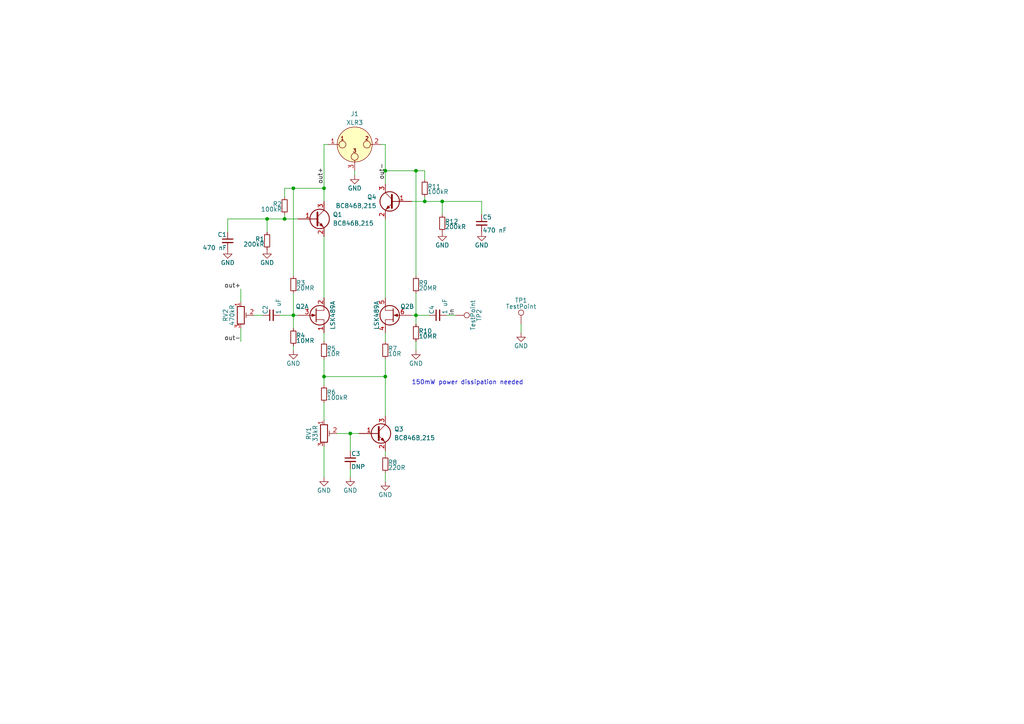
<source format=kicad_sch>
(kicad_sch (version 20231120) (generator "eeschema") (generator_version "8.0")
  (paper "A4")
  (lib_symbols
    (symbol "Connector:TestPoint" (pin_numbers hide) (pin_names (offset 0.762) hide)
      (property "Reference" "TP" (at 0 6.858 0))
      (property "Value" "TestPoint" (at 0 5.08 0))
      (symbol "TestPoint_0_1"
        (circle (center 0 3.302) (radius 0.762))
      )
      (symbol "TestPoint_1_1"
        (pin passive line (at 0 0 90) (length 2.54) (name "1") (number "1"))
      )
    )
    (symbol "Connector:XLR3" (pin_names hide)
      (property "Reference" "J" (at 0 8.89 0))
      (property "Value" "XLR3" (at 0 6.35 0))
      (symbol "XLR3_0_1"
        (circle (center -3.556 0) (radius 1.016))
        (circle (center 0 -3.556) (radius 1.016))
        (polyline (pts (xy -5.08 0) (xy -4.572 0)))
        (polyline (pts (xy 0 -5.08) (xy 0 -4.572)))
        (polyline (pts (xy 5.08 0) (xy 4.572 0)))
        (circle (center 0 0) (radius 5.08) (fill (type background)))
        (circle (center 3.556 0) (radius 1.016))
        (text "1" (at -3.556 1.778 0) (effects (font (size 1.016 1.016) (bold yes))))
        (text "2" (at 3.556 1.778 0) (effects (font (size 1.016 1.016) (bold yes))))
        (text "3" (at 0 -1.778 0) (effects (font (size 1.016 1.016) (bold yes))))
        (pin passive line (at -7.62 0 0) (length 2.54) (name "~") (number "1"))
        (pin passive line (at 7.62 0 180) (length 2.54) (name "~") (number "2"))
        (pin passive line (at 0 -7.62 90) (length 2.54) (name "~") (number "3"))
      )
    )
    (symbol "Device:C_Small" (pin_numbers hide) (pin_names (offset 0.254) hide)
      (property "Reference" "C" (at 0.254 1.778 0))
      (property "Value" "C_Small" (at 0.254 -2.032 0))
      (symbol "C_Small_0_1"
        (polyline (pts (xy -1.524 -0.508) (xy 1.524 -0.508)) (stroke (width 0.3302)))
        (polyline (pts (xy -1.524 0.508) (xy 1.524 0.508)) (stroke (width 0.3048)))
      )
      (symbol "C_Small_1_1"
        (pin passive line (at 0 2.54 270) (length 2.032) (name "~") (number "1"))
        (pin passive line (at 0 -2.54 90) (length 2.032) (name "~") (number "2"))
      )
    )
    (symbol "Device:Q_NPN_BEC" (pin_names (offset 0) hide)
      (property "Reference" "Q" (at 5.08 1.27 0))
      (property "Value" "Q_NPN_BEC" (at 5.08 -1.27 0))
      (symbol "Q_NPN_BEC_0_1"
        (polyline (pts (xy 0.635 0.635) (xy 2.54 2.54)))
        (polyline (pts (xy 0.635 -0.635) (xy 2.54 -2.54) (xy 2.54 -2.54)))
        (polyline (pts (xy 0.635 1.905) (xy 0.635 -1.905) (xy 0.635 -1.905)) (stroke (width 0.508)))
        (polyline (pts (xy 1.27 -1.778) (xy 1.778 -1.27) (xy 2.286 -2.286) (xy 1.27 -1.778) (xy 1.27 -1.778)) (fill (type outline)))
        (circle (center 1.27 0) (radius 2.8194) (stroke (width 0.254)))
      )
      (symbol "Q_NPN_BEC_1_1"
        (pin input line (at -5.08 0 0) (length 5.715) (name "B") (number "1"))
        (pin passive line (at 2.54 -5.08 90) (length 2.54) (name "E") (number "2"))
        (pin passive line (at 2.54 5.08 270) (length 2.54) (name "C") (number "3"))
      )
    )
    (symbol "Device:R_Potentiometer_Trim" (pin_names (offset 1.016) hide)
      (property "Reference" "RV" (at -4.445 0 90))
      (property "Value" "R_Potentiometer_Trim" (at -2.54 0 90))
      (symbol "R_Potentiometer_Trim_0_1"
        (polyline (pts (xy 1.524 0.762) (xy 1.524 -0.762)))
        (polyline (pts (xy 2.54 0) (xy 1.524 0)))
        (rectangle (start 1.016 2.54) (end -1.016 -2.54) (stroke (width 0.254)))
      )
      (symbol "R_Potentiometer_Trim_1_1"
        (pin passive line (at 0 3.81 270) (length 1.27) (name "1") (number "1"))
        (pin passive line (at 3.81 0 180) (length 1.27) (name "2") (number "2"))
        (pin passive line (at 0 -3.81 90) (length 1.27) (name "3") (number "3"))
      )
    )
    (symbol "Device:R_Small" (pin_numbers hide) (pin_names (offset 0.254) hide)
      (property "Reference" "R" (at 0.762 0.508 0))
      (property "Value" "R_Small" (at 0.762 -1.016 0))
      (symbol "R_Small_0_1"
        (rectangle (start -0.762 1.778) (end 0.762 -1.778) (stroke (width 0.2032)))
      )
      (symbol "R_Small_1_1"
        (pin passive line (at 0 2.54 270) (length 0.762) (name "~") (number "1"))
        (pin passive line (at 0 -2.54 90) (length 0.762) (name "~") (number "2"))
      )
    )
    (symbol "power:GND" (power) (pin_names (offset 0))
      (property "Value" "GND" (at 0 -3.81 0))
      (symbol "GND_0_1"
        (polyline (pts (xy 0 0) (xy 0 -1.27) (xy 1.27 -1.27) (xy 0 -2.54) (xy -1.27 -1.27) (xy 0 -1.27)))
      )
      (symbol "GND_1_1"
        (pin power_in line (at 0 0 270) (length 0) hide (name "GND") (number "1"))
      )
    )
    (symbol "preamp-parts:LSK489A" (pin_names hide)
      (property "Reference" "Q" (at -5.08 2.54 0))
      (property "Value" "LSK489A" (at 3.81 0 90))
      (symbol "LSK489A_0_1"
        (polyline (pts (xy -1.016 1.905) (xy -1.016 -1.905) (xy -1.016 -1.905)) (stroke (width 0.254)))
        (polyline (pts (xy 1.27 -2.54) (xy 1.27 -1.27) (xy -1.016 -1.27)))
        (polyline (pts (xy 1.27 2.54) (xy 1.27 1.397) (xy -1.016 1.397)))
        (polyline (pts (xy -1.27 0) (xy -2.286 0.381) (xy -2.286 -0.381) (xy -1.27 0)) (fill (type outline)))
        (circle (center 0 0) (radius 2.8194) (stroke (width 0.254)))
      )
      (symbol "LSK489A_1_1"
        (pin passive line (at 1.27 -5.08 90) (length 2.54) (name "S1") (number "1"))
        (pin passive line (at 1.27 5.08 270) (length 2.54) (name "D1") (number "2"))
        (pin input line (at -6.35 0 0) (length 5.334) (name "G1") (number "3"))
      )
      (symbol "LSK489A_2_1"
        (pin passive line (at 1.27 -5.08 90) (length 2.54) (name "S2") (number "4"))
        (pin passive line (at 1.27 5.08 270) (length 2.54) (name "D2") (number "5"))
        (pin input line (at -6.35 0 0) (length 5.334) (name "G2") (number "6"))
      )
    )
  )
  (junction (at 111.76 49.53))
  (junction (at 101.6 125.73))
  (junction (at 111.76 109.22))
  (junction (at 128.27 58.42))
  (junction (at 82.55 63.5))
  (junction (at 123.19 58.42))
  (junction (at 85.09 91.44))
  (junction (at 85.09 54.61))
  (junction (at 93.98 54.61))
  (junction (at 77.47 63.5))
  (junction (at 120.65 91.44))
  (junction (at 120.65 49.53))
  (junction (at 93.98 109.22))
  (wire (pts (xy 66.04 63.5) (xy 77.47 63.5)))
  (wire (pts (xy 111.76 53.34) (xy 111.76 49.53)))
  (wire (pts (xy 77.47 63.5) (xy 77.47 67.31)))
  (wire (pts (xy 93.98 109.22) (xy 93.98 111.76)))
  (wire (pts (xy 123.19 49.53) (xy 120.65 49.53)))
  (wire (pts (xy 97.79 125.73) (xy 101.6 125.73)))
  (wire (pts (xy 93.98 96.52) (xy 93.98 99.06)))
  (wire (pts (xy 85.09 100.33) (xy 85.09 101.6)))
  (wire (pts (xy 73.66 91.44) (xy 76.2 91.44)))
  (wire (pts (xy 120.65 91.44) (xy 124.46 91.44)))
  (wire (pts (xy 111.76 63.5) (xy 111.76 86.36)))
  (wire (pts (xy 120.65 91.44) (xy 120.65 93.98)))
  (wire (pts (xy 111.76 104.14) (xy 111.76 109.22)))
  (wire (pts (xy 139.7 58.42) (xy 128.27 58.42)))
  (wire (pts (xy 111.76 139.7) (xy 111.76 137.16)))
  (wire (pts (xy 93.98 68.58) (xy 93.98 86.36)))
  (wire (pts (xy 66.04 67.31) (xy 66.04 63.5)))
  (wire (pts (xy 85.09 91.44) (xy 86.36 91.44)))
  (wire (pts (xy 85.09 54.61) (xy 85.09 80.01)))
  (wire (pts (xy 123.19 58.42) (xy 128.27 58.42)))
  (wire (pts (xy 82.55 63.5) (xy 77.47 63.5)))
  (wire (pts (xy 102.87 49.53) (xy 102.87 50.8)))
  (wire (pts (xy 85.09 85.09) (xy 85.09 91.44)))
  (wire (pts (xy 128.27 58.42) (xy 128.27 62.23)))
  (wire (pts (xy 101.6 125.73) (xy 101.6 130.81)))
  (wire (pts (xy 123.19 57.15) (xy 123.19 58.42)))
  (wire (pts (xy 111.76 41.91) (xy 110.49 41.91)))
  (wire (pts (xy 69.85 83.82) (xy 69.85 87.63)))
  (wire (pts (xy 81.28 91.44) (xy 85.09 91.44)))
  (wire (pts (xy 93.98 109.22) (xy 111.76 109.22)))
  (wire (pts (xy 85.09 54.61) (xy 93.98 54.61)))
  (wire (pts (xy 111.76 109.22) (xy 111.76 120.65)))
  (wire (pts (xy 123.19 52.07) (xy 123.19 49.53)))
  (wire (pts (xy 93.98 41.91) (xy 93.98 54.61)))
  (wire (pts (xy 120.65 49.53) (xy 111.76 49.53)))
  (wire (pts (xy 95.25 41.91) (xy 93.98 41.91)))
  (wire (pts (xy 111.76 96.52) (xy 111.76 99.06)))
  (wire (pts (xy 93.98 54.61) (xy 93.98 58.42)))
  (wire (pts (xy 111.76 130.81) (xy 111.76 132.08)))
  (wire (pts (xy 82.55 62.23) (xy 82.55 63.5)))
  (wire (pts (xy 69.85 95.25) (xy 69.85 99.06)))
  (wire (pts (xy 93.98 104.14) (xy 93.98 109.22)))
  (wire (pts (xy 123.19 58.42) (xy 119.38 58.42)))
  (wire (pts (xy 93.98 116.84) (xy 93.98 121.92)))
  (wire (pts (xy 129.54 91.44) (xy 132.08 91.44)))
  (wire (pts (xy 93.98 129.54) (xy 93.98 138.43)))
  (wire (pts (xy 139.7 62.23) (xy 139.7 58.42)))
  (wire (pts (xy 85.09 91.44) (xy 85.09 95.25)))
  (wire (pts (xy 82.55 63.5) (xy 86.36 63.5)))
  (wire (pts (xy 120.65 99.06) (xy 120.65 101.6)))
  (wire (pts (xy 101.6 125.73) (xy 104.14 125.73)))
  (wire (pts (xy 120.65 49.53) (xy 120.65 80.01)))
  (wire (pts (xy 111.76 49.53) (xy 111.76 41.91)))
  (wire (pts (xy 82.55 57.15) (xy 82.55 54.61)))
  (wire (pts (xy 151.13 93.98) (xy 151.13 96.52)))
  (wire (pts (xy 120.65 91.44) (xy 119.38 91.44)))
  (wire (pts (xy 120.65 85.09) (xy 120.65 91.44)))
  (wire (pts (xy 82.55 54.61) (xy 85.09 54.61)))
  (wire (pts (xy 101.6 135.89) (xy 101.6 138.43)))
  (text "150mW power dissipation needed" (at 119.38 111.76 0) (effects (font (size 1.27 1.27)) (justify left bottom)))
  (label "in" (at 132.08 91.44 90))
  (label "out-" (at 111.76 52.07 90))
  (label "out-" (at 69.85 99.06 180))
  (label "out+" (at 69.85 83.82 180))
  (label "out+" (at 93.98 53.34 90))
  (symbol (lib_id "Device:C_Small") (at 66.04 69.85 0) (mirror y) (unit 1)
    (property "Reference" "C1" (at 65.786 68.072 0) (effects (justify left)))
    (property "Value" "470 nF" (at 65.786 71.882 0) (effects (justify left)))
    (property "Footprint" "Capacitor_SMD:C_0805_2012Metric_Pad1.18x1.45mm_HandSolder" (effects (hide yes)))
  )
  (symbol (lib_id "power:GND") (at 139.7 67.31 0) (unit 1)
    (property "Reference" "#PWR011" (effects (hide yes)))
    (property "Value" "GND" (at 139.7 71.12 0))
  )
  (symbol (lib_id "power:GND") (at 102.87 50.8 0) (unit 1)
    (property "Reference" "#PWR07" (effects (hide yes)))
    (property "Value" "GND" (at 102.87 54.61 0))
  )
  (symbol (lib_id "power:GND") (at 120.65 101.6 0) (unit 1)
    (property "Reference" "#PWR09" (effects (hide yes)))
    (property "Value" "GND" (at 120.65 105.41 0))
  )
  (symbol (lib_id "Device:R_Small") (at 111.76 101.6 0) (unit 1)
    (property "Reference" "R7" (at 112.522 101.092 0) (effects (justify left)))
    (property "Value" "10R" (at 112.522 102.616 0) (effects (justify left)))
    (property "Footprint" "Resistor_SMD:R_0402_1005Metric_Pad0.72x0.64mm_HandSolder" (effects (hide yes)))
    (property "Digikey" "A119919CT-ND" (effects (hide yes)))
  )
  (symbol (lib_id "Device:R_Small") (at 85.09 82.55 0) (unit 1)
    (property "Reference" "R3" (at 85.852 82.042 0) (effects (justify left)))
    (property "Value" "20MR" (at 85.852 83.566 0) (effects (justify left)))
    (property "Footprint" "Resistor_SMD:R_0603_1608Metric_Pad0.98x0.95mm_HandSolder" (effects (hide yes)))
  )
  (symbol (lib_id "Device:R_Small") (at 123.19 54.61 0) (unit 1)
    (property "Reference" "R11" (at 123.952 54.102 0) (effects (justify left)))
    (property "Value" "100kR" (at 123.952 55.626 0) (effects (justify left)))
    (property "Footprint" "Capacitor_SMD:C_0603_1608Metric_Pad1.08x0.95mm_HandSolder" (effects (hide yes)))
  )
  (symbol (lib_id "Device:Q_NPN_BEC") (at 114.3 58.42 0) (mirror y) (unit 1)
    (property "Reference" "Q4" (at 109.22 57.15 0) (effects (justify left)))
    (property "Value" "BC846B,215" (at 109.22 59.69 0) (effects (justify left)))
    (property "Footprint" "Package_TO_SOT_SMD:SOT-323_SC-70_Handsoldering" (effects (hide yes)))
    (property "Digikey" "1727-2920-2-ND" (effects (hide yes)))
  )
  (symbol (lib_id "Device:R_Small") (at 120.65 96.52 0) (unit 1)
    (property "Reference" "R10" (at 121.412 96.012 0) (effects (justify left)))
    (property "Value" "10MR" (at 121.412 97.536 0) (effects (justify left)))
    (property "Footprint" "Resistor_SMD:R_0603_1608Metric_Pad0.98x0.95mm_HandSolder" (effects (hide yes)))
    (property "Digikey" "RHM10.0MAYCT-ND" (effects (hide yes)))
  )
  (symbol (lib_id "Device:Q_NPN_BEC") (at 109.22 125.73 0) (unit 1)
    (property "Reference" "Q3" (at 114.3 124.46 0) (effects (justify left)))
    (property "Value" "BC846B,215" (at 114.3 127 0) (effects (justify left)))
    (property "Footprint" "Package_TO_SOT_SMD:SOT-323_SC-70_Handsoldering" (effects (hide yes)))
    (property "Digikey" "1727-2920-2-ND" (effects (hide yes)))
  )
  (symbol (lib_id "preamp-parts:LSK489A") (at 92.71 91.44 0) (unit 1)
    (property "Reference" "Q2" (at 87.63 88.9 0))
    (property "Value" "LSK489A" (at 96.52 91.44 90))
    (property "Footprint" "Package_TO_SOT_THT:TO-39-6" (effects (hide yes)))
  )
  (symbol (lib_id "power:GND") (at 93.98 138.43 0) (unit 1)
    (property "Reference" "#PWR05" (effects (hide yes)))
    (property "Value" "GND" (at 93.98 142.24 0))
  )
  (symbol (lib_id "power:GND") (at 66.04 72.39 0) (unit 1)
    (property "Reference" "#PWR01" (effects (hide yes)))
    (property "Value" "GND" (at 66.04 76.2 0))
  )
  (symbol (lib_id "Connector:TestPoint") (at 132.08 91.44 270) (unit 1)
    (property "Reference" "TP2" (at 138.938 91.44 0))
    (property "Value" "TestPoint" (at 137.16 91.44 0))
    (property "Footprint" "Connector_PinHeader_2.54mm:PinHeader_1x01_P2.54mm_Vertical" (effects (hide yes)))
  )
  (symbol (lib_id "Device:R_Small") (at 128.27 64.77 0) (unit 1)
    (property "Reference" "R12" (at 129.032 64.262 0) (effects (justify left)))
    (property "Value" "200kR" (at 129.032 65.786 0) (effects (justify left)))
    (property "Footprint" "Capacitor_SMD:C_0603_1608Metric_Pad1.08x0.95mm_HandSolder" (effects (hide yes)))
  )
  (symbol (lib_id "Connector:XLR3") (at 102.87 41.91 0) (unit 1)
    (property "Reference" "J1" (at 102.87 33.02 0))
    (property "Value" "XLR3" (at 102.87 35.56 0))
    (property "Footprint" "Connector_Audio:Jack_XLR_Neutrik_NC3MAAH-0_Horizontal" (effects (hide yes)))
    (property "Datasheet" " ~" (effects (hide yes)))
    (property "Mouser" " 568-NC3MAAH-0" (effects (hide yes)))
  )
  (symbol (lib_id "power:GND") (at 111.76 139.7 0) (unit 1)
    (property "Reference" "#PWR08" (effects (hide yes)))
    (property "Value" "GND" (at 111.76 143.51 0))
  )
  (symbol (lib_id "Device:R_Small") (at 93.98 114.3 0) (unit 1)
    (property "Reference" "R6" (at 94.742 113.792 0) (effects (justify left)))
    (property "Value" "100kR" (at 94.742 115.316 0) (effects (justify left)))
    (property "Footprint" "Capacitor_SMD:C_0603_1608Metric_Pad1.08x0.95mm_HandSolder" (effects (hide yes)))
  )
  (symbol (lib_id "Device:R_Small") (at 111.76 134.62 0) (unit 1)
    (property "Reference" "R8" (at 112.522 134.112 0) (effects (justify left)))
    (property "Value" "220R" (at 112.522 135.636 0) (effects (justify left)))
    (property "Footprint" "Capacitor_SMD:C_0805_2012Metric_Pad1.18x1.45mm_HandSolder" (effects (hide yes)))
  )
  (symbol (lib_id "power:GND") (at 77.47 72.39 0) (unit 1)
    (property "Reference" "#PWR03" (effects (hide yes)))
    (property "Value" "GND" (at 77.47 76.2 0))
  )
  (symbol (lib_id "Connector:TestPoint") (at 151.13 93.98 0) (unit 1)
    (property "Reference" "TP1" (at 151.13 87.122 0))
    (property "Value" "TestPoint" (at 151.13 88.9 0))
    (property "Footprint" "Connector_PinHeader_2.54mm:PinHeader_1x01_P2.54mm_Vertical" (effects (hide yes)))
  )
  (symbol (lib_id "Device:R_Small") (at 77.47 69.85 0) (mirror y) (unit 1)
    (property "Reference" "R1" (at 76.708 69.342 0) (effects (justify left)))
    (property "Value" "200kR" (at 76.708 70.866 0) (effects (justify left)))
    (property "Footprint" "Capacitor_SMD:C_0603_1608Metric_Pad1.08x0.95mm_HandSolder" (effects (hide yes)))
  )
  (symbol (lib_id "Device:Q_NPN_BEC") (at 91.44 63.5 0) (unit 1)
    (property "Reference" "Q1" (at 96.52 62.23 0) (effects (justify left)))
    (property "Value" "BC846B,215" (at 96.52 64.77 0) (effects (justify left)))
    (property "Footprint" "Package_TO_SOT_SMD:SOT-323_SC-70_Handsoldering" (effects (hide yes)))
    (property "Digikey" "1727-2920-2-ND" (effects (hide yes)))
  )
  (symbol (lib_id "power:GND") (at 151.13 96.52 0) (unit 1)
    (property "Reference" "#PWR02" (effects (hide yes)))
    (property "Value" "GND" (at 151.13 100.33 0))
  )
  (symbol (lib_id "power:GND") (at 85.09 101.6 0) (unit 1)
    (property "Reference" "#PWR04" (effects (hide yes)))
    (property "Value" "GND" (at 85.09 105.41 0))
  )
  (symbol (lib_id "Device:C_Small") (at 127 91.44 90) (unit 1)
    (property "Reference" "C4" (at 125.222 91.186 0) (effects (justify left)))
    (property "Value" "1 uF" (at 129.032 91.186 0) (effects (justify left)))
    (property "Footprint" "Capacitor_THT:C_Rect_L7.2mm_W5.5mm_P5.00mm_FKS2_FKP2_MKS2_MKP2" (effects (hide yes)))
    (property "Digikey" "399-5447-1-ND" (effects (hide yes)))
  )
  (symbol (lib_id "Device:C_Small") (at 78.74 91.44 90) (unit 1)
    (property "Reference" "C2" (at 76.962 91.186 0) (effects (justify left)))
    (property "Value" "1 uF" (at 80.772 91.186 0) (effects (justify left)))
    (property "Footprint" "Capacitor_THT:C_Rect_L7.2mm_W5.5mm_P5.00mm_FKS2_FKP2_MKS2_MKP2" (effects (hide yes)))
    (property "Digikey" "399-5447-1-ND" (effects (hide yes)))
  )
  (symbol (lib_id "Device:R_Small") (at 82.55 59.69 0) (mirror y) (unit 1)
    (property "Reference" "R2" (at 81.788 59.182 0) (effects (justify left)))
    (property "Value" "100kR" (at 81.788 60.706 0) (effects (justify left)))
    (property "Footprint" "Capacitor_SMD:C_0603_1608Metric_Pad1.08x0.95mm_HandSolder" (effects (hide yes)))
  )
  (symbol (lib_id "power:GND") (at 128.27 67.31 0) (unit 1)
    (property "Reference" "#PWR010" (effects (hide yes)))
    (property "Value" "GND" (at 128.27 71.12 0))
  )
  (symbol (lib_id "Device:R_Small") (at 85.09 97.79 0) (unit 1)
    (property "Reference" "R4" (at 85.852 97.282 0) (effects (justify left)))
    (property "Value" "10MR" (at 85.852 98.806 0) (effects (justify left)))
    (property "Footprint" "Resistor_SMD:R_0603_1608Metric_Pad0.98x0.95mm_HandSolder" (effects (hide yes)))
    (property "Digikey" "RHM10.0MAYCT-ND" (effects (hide yes)))
  )
  (symbol (lib_id "power:GND") (at 101.6 138.43 0) (unit 1)
    (property "Reference" "#PWR06" (effects (hide yes)))
    (property "Value" "GND" (at 101.6 142.24 0))
  )
  (symbol (lib_id "Device:R_Potentiometer_Trim") (at 93.98 125.73 0) (unit 1)
    (property "Reference" "RV1" (at 89.535 125.73 90))
    (property "Value" "33kR" (at 91.44 125.73 90))
    (property "Footprint" "Potentiometer_THT:Potentiometer_Bourns_3299P_Horizontal" (effects (hide yes)))
  )
  (symbol (lib_id "Device:R_Potentiometer_Trim") (at 69.85 91.44 0) (unit 1)
    (property "Reference" "RV2" (at 65.405 91.44 90))
    (property "Value" "470kR" (at 67.31 91.44 90))
    (property "Footprint" "Potentiometer_THT:Potentiometer_Bourns_3299P_Horizontal" (effects (hide yes)))
  )
  (symbol (lib_id "Device:C_Small") (at 139.7 64.77 0) (unit 1)
    (property "Reference" "C5" (at 139.954 62.992 0) (effects (justify left)))
    (property "Value" "470 nF" (at 139.954 66.802 0) (effects (justify left)))
    (property "Footprint" "Capacitor_SMD:C_0805_2012Metric_Pad1.18x1.45mm_HandSolder" (effects (hide yes)))
  )
  (symbol (lib_id "Device:C_Small") (at 101.6 133.35 0) (unit 1)
    (property "Reference" "C3" (at 101.854 131.572 0) (effects (justify left)))
    (property "Value" "DNP" (at 101.854 135.382 0) (effects (justify left)))
    (property "Footprint" "Resistor_SMD:R_0603_1608Metric_Pad0.98x0.95mm_HandSolder" (effects (hide yes)))
  )
  (symbol (lib_id "Device:R_Small") (at 93.98 101.6 0) (unit 1)
    (property "Reference" "R5" (at 94.742 101.092 0) (effects (justify left)))
    (property "Value" "10R" (at 94.742 102.616 0) (effects (justify left)))
    (property "Footprint" "Resistor_SMD:R_0402_1005Metric_Pad0.72x0.64mm_HandSolder" (effects (hide yes)))
    (property "Digikey" "A119919CT-ND" (effects (hide yes)))
  )
  (symbol (lib_id "Device:R_Small") (at 120.65 82.55 0) (unit 1)
    (property "Reference" "R9" (at 121.412 82.042 0) (effects (justify left)))
    (property "Value" "20MR" (at 121.412 83.566 0) (effects (justify left)))
    (property "Footprint" "Resistor_SMD:R_0603_1608Metric_Pad0.98x0.95mm_HandSolder" (effects (hide yes)))
  )
  (symbol (lib_id "preamp-parts:LSK489A") (at 113.03 91.44 0) (mirror y) (unit 2)
    (property "Reference" "Q2" (at 118.11 88.9 0))
    (property "Value" "LSK489A" (at 109.22 91.44 90))
    (property "Footprint" "Package_TO_SOT_THT:TO-39-6" (effects (hide yes)))
  )
)
</source>
